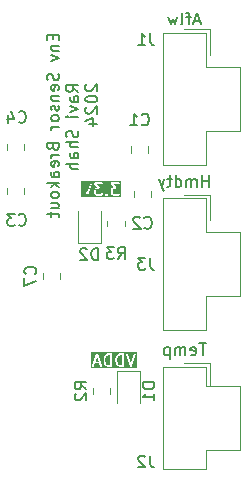
<source format=gbo>
%TF.GenerationSoftware,KiCad,Pcbnew,8.0.5*%
%TF.CreationDate,2024-10-30T11:17:57-05:00*%
%TF.ProjectId,DataAcq-EnvBreakoutPCB,44617461-4163-4712-9d45-6e7642726561,rev?*%
%TF.SameCoordinates,Original*%
%TF.FileFunction,Legend,Bot*%
%TF.FilePolarity,Positive*%
%FSLAX46Y46*%
G04 Gerber Fmt 4.6, Leading zero omitted, Abs format (unit mm)*
G04 Created by KiCad (PCBNEW 8.0.5) date 2024-10-30 11:17:57*
%MOMM*%
%LPD*%
G01*
G04 APERTURE LIST*
%ADD10C,0.150000*%
%ADD11C,0.153000*%
%ADD12C,0.120000*%
G04 APERTURE END LIST*
D10*
X116596009Y-25836779D02*
X116596009Y-26170112D01*
X117119819Y-26312969D02*
X117119819Y-25836779D01*
X117119819Y-25836779D02*
X116119819Y-25836779D01*
X116119819Y-25836779D02*
X116119819Y-26312969D01*
X116453152Y-26741541D02*
X117119819Y-26741541D01*
X116548390Y-26741541D02*
X116500771Y-26789160D01*
X116500771Y-26789160D02*
X116453152Y-26884398D01*
X116453152Y-26884398D02*
X116453152Y-27027255D01*
X116453152Y-27027255D02*
X116500771Y-27122493D01*
X116500771Y-27122493D02*
X116596009Y-27170112D01*
X116596009Y-27170112D02*
X117119819Y-27170112D01*
X116453152Y-27551065D02*
X117119819Y-27789160D01*
X117119819Y-27789160D02*
X116453152Y-28027255D01*
X117072200Y-29122494D02*
X117119819Y-29265351D01*
X117119819Y-29265351D02*
X117119819Y-29503446D01*
X117119819Y-29503446D02*
X117072200Y-29598684D01*
X117072200Y-29598684D02*
X117024580Y-29646303D01*
X117024580Y-29646303D02*
X116929342Y-29693922D01*
X116929342Y-29693922D02*
X116834104Y-29693922D01*
X116834104Y-29693922D02*
X116738866Y-29646303D01*
X116738866Y-29646303D02*
X116691247Y-29598684D01*
X116691247Y-29598684D02*
X116643628Y-29503446D01*
X116643628Y-29503446D02*
X116596009Y-29312970D01*
X116596009Y-29312970D02*
X116548390Y-29217732D01*
X116548390Y-29217732D02*
X116500771Y-29170113D01*
X116500771Y-29170113D02*
X116405533Y-29122494D01*
X116405533Y-29122494D02*
X116310295Y-29122494D01*
X116310295Y-29122494D02*
X116215057Y-29170113D01*
X116215057Y-29170113D02*
X116167438Y-29217732D01*
X116167438Y-29217732D02*
X116119819Y-29312970D01*
X116119819Y-29312970D02*
X116119819Y-29551065D01*
X116119819Y-29551065D02*
X116167438Y-29693922D01*
X117072200Y-30503446D02*
X117119819Y-30408208D01*
X117119819Y-30408208D02*
X117119819Y-30217732D01*
X117119819Y-30217732D02*
X117072200Y-30122494D01*
X117072200Y-30122494D02*
X116976961Y-30074875D01*
X116976961Y-30074875D02*
X116596009Y-30074875D01*
X116596009Y-30074875D02*
X116500771Y-30122494D01*
X116500771Y-30122494D02*
X116453152Y-30217732D01*
X116453152Y-30217732D02*
X116453152Y-30408208D01*
X116453152Y-30408208D02*
X116500771Y-30503446D01*
X116500771Y-30503446D02*
X116596009Y-30551065D01*
X116596009Y-30551065D02*
X116691247Y-30551065D01*
X116691247Y-30551065D02*
X116786485Y-30074875D01*
X116453152Y-30979637D02*
X117119819Y-30979637D01*
X116548390Y-30979637D02*
X116500771Y-31027256D01*
X116500771Y-31027256D02*
X116453152Y-31122494D01*
X116453152Y-31122494D02*
X116453152Y-31265351D01*
X116453152Y-31265351D02*
X116500771Y-31360589D01*
X116500771Y-31360589D02*
X116596009Y-31408208D01*
X116596009Y-31408208D02*
X117119819Y-31408208D01*
X117072200Y-31836780D02*
X117119819Y-31932018D01*
X117119819Y-31932018D02*
X117119819Y-32122494D01*
X117119819Y-32122494D02*
X117072200Y-32217732D01*
X117072200Y-32217732D02*
X116976961Y-32265351D01*
X116976961Y-32265351D02*
X116929342Y-32265351D01*
X116929342Y-32265351D02*
X116834104Y-32217732D01*
X116834104Y-32217732D02*
X116786485Y-32122494D01*
X116786485Y-32122494D02*
X116786485Y-31979637D01*
X116786485Y-31979637D02*
X116738866Y-31884399D01*
X116738866Y-31884399D02*
X116643628Y-31836780D01*
X116643628Y-31836780D02*
X116596009Y-31836780D01*
X116596009Y-31836780D02*
X116500771Y-31884399D01*
X116500771Y-31884399D02*
X116453152Y-31979637D01*
X116453152Y-31979637D02*
X116453152Y-32122494D01*
X116453152Y-32122494D02*
X116500771Y-32217732D01*
X117119819Y-32836780D02*
X117072200Y-32741542D01*
X117072200Y-32741542D02*
X117024580Y-32693923D01*
X117024580Y-32693923D02*
X116929342Y-32646304D01*
X116929342Y-32646304D02*
X116643628Y-32646304D01*
X116643628Y-32646304D02*
X116548390Y-32693923D01*
X116548390Y-32693923D02*
X116500771Y-32741542D01*
X116500771Y-32741542D02*
X116453152Y-32836780D01*
X116453152Y-32836780D02*
X116453152Y-32979637D01*
X116453152Y-32979637D02*
X116500771Y-33074875D01*
X116500771Y-33074875D02*
X116548390Y-33122494D01*
X116548390Y-33122494D02*
X116643628Y-33170113D01*
X116643628Y-33170113D02*
X116929342Y-33170113D01*
X116929342Y-33170113D02*
X117024580Y-33122494D01*
X117024580Y-33122494D02*
X117072200Y-33074875D01*
X117072200Y-33074875D02*
X117119819Y-32979637D01*
X117119819Y-32979637D02*
X117119819Y-32836780D01*
X117119819Y-33598685D02*
X116453152Y-33598685D01*
X116643628Y-33598685D02*
X116548390Y-33646304D01*
X116548390Y-33646304D02*
X116500771Y-33693923D01*
X116500771Y-33693923D02*
X116453152Y-33789161D01*
X116453152Y-33789161D02*
X116453152Y-33884399D01*
X116596009Y-35312971D02*
X116643628Y-35455828D01*
X116643628Y-35455828D02*
X116691247Y-35503447D01*
X116691247Y-35503447D02*
X116786485Y-35551066D01*
X116786485Y-35551066D02*
X116929342Y-35551066D01*
X116929342Y-35551066D02*
X117024580Y-35503447D01*
X117024580Y-35503447D02*
X117072200Y-35455828D01*
X117072200Y-35455828D02*
X117119819Y-35360590D01*
X117119819Y-35360590D02*
X117119819Y-34979638D01*
X117119819Y-34979638D02*
X116119819Y-34979638D01*
X116119819Y-34979638D02*
X116119819Y-35312971D01*
X116119819Y-35312971D02*
X116167438Y-35408209D01*
X116167438Y-35408209D02*
X116215057Y-35455828D01*
X116215057Y-35455828D02*
X116310295Y-35503447D01*
X116310295Y-35503447D02*
X116405533Y-35503447D01*
X116405533Y-35503447D02*
X116500771Y-35455828D01*
X116500771Y-35455828D02*
X116548390Y-35408209D01*
X116548390Y-35408209D02*
X116596009Y-35312971D01*
X116596009Y-35312971D02*
X116596009Y-34979638D01*
X117119819Y-35979638D02*
X116453152Y-35979638D01*
X116643628Y-35979638D02*
X116548390Y-36027257D01*
X116548390Y-36027257D02*
X116500771Y-36074876D01*
X116500771Y-36074876D02*
X116453152Y-36170114D01*
X116453152Y-36170114D02*
X116453152Y-36265352D01*
X117072200Y-36979638D02*
X117119819Y-36884400D01*
X117119819Y-36884400D02*
X117119819Y-36693924D01*
X117119819Y-36693924D02*
X117072200Y-36598686D01*
X117072200Y-36598686D02*
X116976961Y-36551067D01*
X116976961Y-36551067D02*
X116596009Y-36551067D01*
X116596009Y-36551067D02*
X116500771Y-36598686D01*
X116500771Y-36598686D02*
X116453152Y-36693924D01*
X116453152Y-36693924D02*
X116453152Y-36884400D01*
X116453152Y-36884400D02*
X116500771Y-36979638D01*
X116500771Y-36979638D02*
X116596009Y-37027257D01*
X116596009Y-37027257D02*
X116691247Y-37027257D01*
X116691247Y-37027257D02*
X116786485Y-36551067D01*
X117119819Y-37884400D02*
X116596009Y-37884400D01*
X116596009Y-37884400D02*
X116500771Y-37836781D01*
X116500771Y-37836781D02*
X116453152Y-37741543D01*
X116453152Y-37741543D02*
X116453152Y-37551067D01*
X116453152Y-37551067D02*
X116500771Y-37455829D01*
X117072200Y-37884400D02*
X117119819Y-37789162D01*
X117119819Y-37789162D02*
X117119819Y-37551067D01*
X117119819Y-37551067D02*
X117072200Y-37455829D01*
X117072200Y-37455829D02*
X116976961Y-37408210D01*
X116976961Y-37408210D02*
X116881723Y-37408210D01*
X116881723Y-37408210D02*
X116786485Y-37455829D01*
X116786485Y-37455829D02*
X116738866Y-37551067D01*
X116738866Y-37551067D02*
X116738866Y-37789162D01*
X116738866Y-37789162D02*
X116691247Y-37884400D01*
X117119819Y-38360591D02*
X116119819Y-38360591D01*
X116738866Y-38455829D02*
X117119819Y-38741543D01*
X116453152Y-38741543D02*
X116834104Y-38360591D01*
X117119819Y-39312972D02*
X117072200Y-39217734D01*
X117072200Y-39217734D02*
X117024580Y-39170115D01*
X117024580Y-39170115D02*
X116929342Y-39122496D01*
X116929342Y-39122496D02*
X116643628Y-39122496D01*
X116643628Y-39122496D02*
X116548390Y-39170115D01*
X116548390Y-39170115D02*
X116500771Y-39217734D01*
X116500771Y-39217734D02*
X116453152Y-39312972D01*
X116453152Y-39312972D02*
X116453152Y-39455829D01*
X116453152Y-39455829D02*
X116500771Y-39551067D01*
X116500771Y-39551067D02*
X116548390Y-39598686D01*
X116548390Y-39598686D02*
X116643628Y-39646305D01*
X116643628Y-39646305D02*
X116929342Y-39646305D01*
X116929342Y-39646305D02*
X117024580Y-39598686D01*
X117024580Y-39598686D02*
X117072200Y-39551067D01*
X117072200Y-39551067D02*
X117119819Y-39455829D01*
X117119819Y-39455829D02*
X117119819Y-39312972D01*
X116453152Y-40503448D02*
X117119819Y-40503448D01*
X116453152Y-40074877D02*
X116976961Y-40074877D01*
X116976961Y-40074877D02*
X117072200Y-40122496D01*
X117072200Y-40122496D02*
X117119819Y-40217734D01*
X117119819Y-40217734D02*
X117119819Y-40360591D01*
X117119819Y-40360591D02*
X117072200Y-40455829D01*
X117072200Y-40455829D02*
X117024580Y-40503448D01*
X116453152Y-40836782D02*
X116453152Y-41217734D01*
X116119819Y-40979639D02*
X116976961Y-40979639D01*
X116976961Y-40979639D02*
X117072200Y-41027258D01*
X117072200Y-41027258D02*
X117119819Y-41122496D01*
X117119819Y-41122496D02*
X117119819Y-41217734D01*
D11*
X129059523Y-24668948D02*
X128583333Y-24668948D01*
X129154761Y-24954663D02*
X128821428Y-23954663D01*
X128821428Y-23954663D02*
X128488095Y-24954663D01*
X128297618Y-24287996D02*
X127916666Y-24287996D01*
X128154761Y-24954663D02*
X128154761Y-24097520D01*
X128154761Y-24097520D02*
X128107142Y-24002282D01*
X128107142Y-24002282D02*
X128011904Y-23954663D01*
X128011904Y-23954663D02*
X127916666Y-23954663D01*
X127440475Y-24954663D02*
X127535713Y-24907044D01*
X127535713Y-24907044D02*
X127583332Y-24811805D01*
X127583332Y-24811805D02*
X127583332Y-23954663D01*
X127154760Y-24287996D02*
X126964284Y-24954663D01*
X126964284Y-24954663D02*
X126773808Y-24478472D01*
X126773808Y-24478472D02*
X126583332Y-24954663D01*
X126583332Y-24954663D02*
X126392856Y-24287996D01*
G36*
X121477604Y-53793163D02*
G01*
X121328422Y-53793163D01*
X121214476Y-53755181D01*
X121140787Y-53681491D01*
X121102474Y-53604865D01*
X121059176Y-53431673D01*
X121059176Y-53307652D01*
X121102474Y-53134460D01*
X121140786Y-53057836D01*
X121214477Y-52984144D01*
X121328422Y-52946163D01*
X121477604Y-52946163D01*
X121477604Y-53793163D01*
G37*
G36*
X122477604Y-53793163D02*
G01*
X122328422Y-53793163D01*
X122214476Y-53755181D01*
X122140787Y-53681491D01*
X122102474Y-53604865D01*
X122059176Y-53431673D01*
X122059176Y-53307652D01*
X122102474Y-53134460D01*
X122140786Y-53057836D01*
X122214477Y-52984144D01*
X122328422Y-52946163D01*
X122477604Y-52946163D01*
X122477604Y-53793163D01*
G37*
G36*
X120495585Y-53507448D02*
G01*
X120231671Y-53507448D01*
X120363628Y-53111576D01*
X120495585Y-53507448D01*
G37*
G36*
X123741114Y-54057274D02*
G01*
X119843285Y-54057274D01*
X119843285Y-53860095D01*
X119954396Y-53860095D01*
X119956512Y-53889869D01*
X119969861Y-53916566D01*
X119992410Y-53936123D01*
X120020727Y-53945562D01*
X120050501Y-53943446D01*
X120077198Y-53930097D01*
X120096755Y-53907548D01*
X120102869Y-53893854D01*
X120180671Y-53660448D01*
X120546585Y-53660448D01*
X120624387Y-53893854D01*
X120630501Y-53907547D01*
X120650058Y-53930097D01*
X120676755Y-53943445D01*
X120706529Y-53945562D01*
X120734846Y-53936123D01*
X120757395Y-53916565D01*
X120770744Y-53889868D01*
X120772860Y-53860094D01*
X120769535Y-53845471D01*
X120587123Y-53298234D01*
X120906176Y-53298234D01*
X120906176Y-53441091D01*
X120906432Y-53443696D01*
X120906267Y-53444810D01*
X120907092Y-53450391D01*
X120907646Y-53456015D01*
X120908077Y-53457056D01*
X120908460Y-53459645D01*
X120956079Y-53650121D01*
X120956472Y-53651223D01*
X120956512Y-53651773D01*
X120958890Y-53657988D01*
X120961125Y-53664243D01*
X120961452Y-53664684D01*
X120961871Y-53665779D01*
X121009490Y-53761017D01*
X121013535Y-53767443D01*
X121014307Y-53769306D01*
X121016028Y-53771403D01*
X121017479Y-53773708D01*
X121019007Y-53775033D01*
X121023820Y-53780898D01*
X121119058Y-53876138D01*
X121130651Y-53885651D01*
X121133190Y-53886702D01*
X121135267Y-53888504D01*
X121148961Y-53894618D01*
X121291817Y-53942237D01*
X121299219Y-53943920D01*
X121301085Y-53944693D01*
X121303790Y-53944959D01*
X121306440Y-53945562D01*
X121308454Y-53945418D01*
X121316009Y-53946163D01*
X121554104Y-53946163D01*
X121569028Y-53944693D01*
X121596605Y-53933270D01*
X121617711Y-53912164D01*
X121629134Y-53884587D01*
X121630604Y-53869663D01*
X121630604Y-53298234D01*
X121906176Y-53298234D01*
X121906176Y-53441091D01*
X121906432Y-53443696D01*
X121906267Y-53444810D01*
X121907092Y-53450391D01*
X121907646Y-53456015D01*
X121908077Y-53457056D01*
X121908460Y-53459645D01*
X121956079Y-53650121D01*
X121956472Y-53651223D01*
X121956512Y-53651773D01*
X121958890Y-53657988D01*
X121961125Y-53664243D01*
X121961452Y-53664684D01*
X121961871Y-53665779D01*
X122009490Y-53761017D01*
X122013535Y-53767443D01*
X122014307Y-53769306D01*
X122016028Y-53771403D01*
X122017479Y-53773708D01*
X122019007Y-53775033D01*
X122023820Y-53780898D01*
X122119058Y-53876138D01*
X122130651Y-53885651D01*
X122133190Y-53886702D01*
X122135267Y-53888504D01*
X122148961Y-53894618D01*
X122291817Y-53942237D01*
X122299219Y-53943920D01*
X122301085Y-53944693D01*
X122303790Y-53944959D01*
X122306440Y-53945562D01*
X122308454Y-53945418D01*
X122316009Y-53946163D01*
X122554104Y-53946163D01*
X122569028Y-53944693D01*
X122596605Y-53933270D01*
X122617711Y-53912164D01*
X122629134Y-53884587D01*
X122630604Y-53869663D01*
X122630604Y-52879231D01*
X122811539Y-52879231D01*
X122814864Y-52893854D01*
X123148197Y-53893854D01*
X123154311Y-53907547D01*
X123157891Y-53911675D01*
X123160337Y-53916566D01*
X123167584Y-53922851D01*
X123173868Y-53930097D01*
X123178755Y-53932540D01*
X123182886Y-53936123D01*
X123191990Y-53939157D01*
X123200565Y-53943445D01*
X123206014Y-53943832D01*
X123211203Y-53945562D01*
X123220773Y-53944881D01*
X123230339Y-53945562D01*
X123235524Y-53943833D01*
X123240977Y-53943446D01*
X123249556Y-53939156D01*
X123258656Y-53936123D01*
X123262785Y-53932541D01*
X123267674Y-53930097D01*
X123273961Y-53922848D01*
X123281205Y-53916565D01*
X123283648Y-53911679D01*
X123287231Y-53907548D01*
X123293345Y-53893854D01*
X123626678Y-52893855D01*
X123630003Y-52879232D01*
X123627887Y-52849458D01*
X123614538Y-52822761D01*
X123591989Y-52803203D01*
X123563672Y-52793764D01*
X123533898Y-52795881D01*
X123507201Y-52809229D01*
X123487644Y-52831779D01*
X123481530Y-52845472D01*
X123220771Y-53627749D01*
X122960012Y-52845472D01*
X122953898Y-52831778D01*
X122934341Y-52809229D01*
X122907644Y-52795880D01*
X122877870Y-52793764D01*
X122849553Y-52803203D01*
X122827004Y-52822760D01*
X122813655Y-52849457D01*
X122811539Y-52879231D01*
X122630604Y-52879231D01*
X122630604Y-52869663D01*
X122629134Y-52854739D01*
X122617711Y-52827162D01*
X122596605Y-52806056D01*
X122569028Y-52794633D01*
X122554104Y-52793163D01*
X122316009Y-52793163D01*
X122308454Y-52793907D01*
X122306440Y-52793764D01*
X122303790Y-52794366D01*
X122301085Y-52794633D01*
X122299219Y-52795405D01*
X122291817Y-52797089D01*
X122148961Y-52844708D01*
X122135267Y-52850822D01*
X122133190Y-52852623D01*
X122130651Y-52853675D01*
X122119058Y-52863188D01*
X122023820Y-52958426D01*
X122019005Y-52964292D01*
X122017479Y-52965617D01*
X122016028Y-52967920D01*
X122014307Y-52970019D01*
X122013535Y-52971881D01*
X122009490Y-52978308D01*
X121961871Y-53073546D01*
X121961452Y-53074640D01*
X121961125Y-53075082D01*
X121958890Y-53081336D01*
X121956512Y-53087552D01*
X121956472Y-53088101D01*
X121956079Y-53089204D01*
X121908460Y-53279680D01*
X121908077Y-53282268D01*
X121907646Y-53283310D01*
X121907092Y-53288933D01*
X121906267Y-53294515D01*
X121906432Y-53295628D01*
X121906176Y-53298234D01*
X121630604Y-53298234D01*
X121630604Y-52869663D01*
X121629134Y-52854739D01*
X121617711Y-52827162D01*
X121596605Y-52806056D01*
X121569028Y-52794633D01*
X121554104Y-52793163D01*
X121316009Y-52793163D01*
X121308454Y-52793907D01*
X121306440Y-52793764D01*
X121303790Y-52794366D01*
X121301085Y-52794633D01*
X121299219Y-52795405D01*
X121291817Y-52797089D01*
X121148961Y-52844708D01*
X121135267Y-52850822D01*
X121133190Y-52852623D01*
X121130651Y-52853675D01*
X121119058Y-52863188D01*
X121023820Y-52958426D01*
X121019005Y-52964292D01*
X121017479Y-52965617D01*
X121016028Y-52967920D01*
X121014307Y-52970019D01*
X121013535Y-52971881D01*
X121009490Y-52978308D01*
X120961871Y-53073546D01*
X120961452Y-53074640D01*
X120961125Y-53075082D01*
X120958890Y-53081336D01*
X120956512Y-53087552D01*
X120956472Y-53088101D01*
X120956079Y-53089204D01*
X120908460Y-53279680D01*
X120908077Y-53282268D01*
X120907646Y-53283310D01*
X120907092Y-53288933D01*
X120906267Y-53294515D01*
X120906432Y-53295628D01*
X120906176Y-53298234D01*
X120587123Y-53298234D01*
X120436202Y-52845472D01*
X120430088Y-52831778D01*
X120426505Y-52827646D01*
X120424062Y-52822761D01*
X120416818Y-52816477D01*
X120410531Y-52809229D01*
X120405642Y-52806784D01*
X120401513Y-52803203D01*
X120392413Y-52800169D01*
X120383834Y-52795880D01*
X120378381Y-52795492D01*
X120373196Y-52793764D01*
X120363630Y-52794444D01*
X120354060Y-52793764D01*
X120348871Y-52795493D01*
X120343422Y-52795881D01*
X120334847Y-52800168D01*
X120325743Y-52803203D01*
X120321612Y-52806785D01*
X120316725Y-52809229D01*
X120310441Y-52816474D01*
X120303194Y-52822760D01*
X120300748Y-52827650D01*
X120297168Y-52831779D01*
X120291054Y-52845472D01*
X119957721Y-53845472D01*
X119954396Y-53860095D01*
X119843285Y-53860095D01*
X119843285Y-52682052D01*
X123741114Y-52682052D01*
X123741114Y-54057274D01*
G37*
G36*
X122392626Y-39597274D02*
G01*
X119019476Y-39597274D01*
X119019476Y-38419231D01*
X119130587Y-38419231D01*
X119133912Y-38433854D01*
X119467245Y-39433854D01*
X119473359Y-39447547D01*
X119476939Y-39451675D01*
X119479385Y-39456566D01*
X119486632Y-39462851D01*
X119492916Y-39470097D01*
X119497803Y-39472540D01*
X119501934Y-39476123D01*
X119511038Y-39479157D01*
X119519613Y-39483445D01*
X119525062Y-39483832D01*
X119530251Y-39485562D01*
X119539821Y-39484881D01*
X119549387Y-39485562D01*
X119554572Y-39483833D01*
X119560025Y-39483446D01*
X119568604Y-39479156D01*
X119577704Y-39476123D01*
X119581833Y-39472541D01*
X119586722Y-39470097D01*
X119593009Y-39462848D01*
X119600253Y-39456565D01*
X119602696Y-39451679D01*
X119606279Y-39447548D01*
X119612393Y-39433854D01*
X119763314Y-38981091D01*
X120082367Y-38981091D01*
X120082367Y-39219186D01*
X120083837Y-39234110D01*
X120084889Y-39236650D01*
X120085084Y-39239392D01*
X120090443Y-39253398D01*
X120138062Y-39348636D01*
X120142104Y-39355058D01*
X120142878Y-39356925D01*
X120144602Y-39359026D01*
X120146051Y-39361327D01*
X120147577Y-39362650D01*
X120152392Y-39368517D01*
X120200011Y-39416137D01*
X120205877Y-39420952D01*
X120207202Y-39422479D01*
X120209503Y-39423927D01*
X120211603Y-39425651D01*
X120213468Y-39426423D01*
X120219893Y-39430468D01*
X120315131Y-39478087D01*
X120329137Y-39483446D01*
X120331878Y-39483640D01*
X120334419Y-39484693D01*
X120349343Y-39486163D01*
X120635057Y-39486163D01*
X120649981Y-39484693D01*
X120652521Y-39483640D01*
X120655263Y-39483446D01*
X120669269Y-39478087D01*
X120764507Y-39430468D01*
X120770931Y-39426423D01*
X120772797Y-39425651D01*
X120774896Y-39423927D01*
X120777198Y-39422479D01*
X120778522Y-39420952D01*
X120784389Y-39416137D01*
X120832008Y-39368517D01*
X120841521Y-39356925D01*
X120845582Y-39347121D01*
X121036217Y-39347121D01*
X121036217Y-39376969D01*
X121047640Y-39404546D01*
X121047644Y-39404550D01*
X121057153Y-39416138D01*
X121104772Y-39463756D01*
X121116364Y-39473270D01*
X121127787Y-39478001D01*
X121143942Y-39484693D01*
X121173790Y-39484693D01*
X121201367Y-39473270D01*
X121212960Y-39463757D01*
X121260578Y-39416138D01*
X121270092Y-39404546D01*
X121281514Y-39376969D01*
X121281514Y-39367161D01*
X121281515Y-39347120D01*
X121270092Y-39319543D01*
X121260579Y-39307951D01*
X121212960Y-39260331D01*
X121201368Y-39250817D01*
X121173791Y-39239394D01*
X121173790Y-39239394D01*
X121143942Y-39239394D01*
X121135865Y-39242739D01*
X121116365Y-39250816D01*
X121116364Y-39250817D01*
X121104772Y-39260331D01*
X121057153Y-39307951D01*
X121047639Y-39319543D01*
X121036217Y-39347121D01*
X120845582Y-39347121D01*
X120852944Y-39329348D01*
X120852943Y-39299499D01*
X120841521Y-39271922D01*
X120820415Y-39250817D01*
X120792837Y-39239394D01*
X120762989Y-39239395D01*
X120735412Y-39250817D01*
X120723820Y-39260331D01*
X120684980Y-39299171D01*
X120616997Y-39333163D01*
X120367403Y-39333163D01*
X120299419Y-39299171D01*
X120269359Y-39269110D01*
X120235367Y-39201126D01*
X120235367Y-38999151D01*
X120244397Y-38981091D01*
X121510938Y-38981091D01*
X121510938Y-39219186D01*
X121512408Y-39234110D01*
X121513460Y-39236650D01*
X121513655Y-39239392D01*
X121519014Y-39253398D01*
X121566633Y-39348636D01*
X121570675Y-39355058D01*
X121571449Y-39356925D01*
X121573173Y-39359026D01*
X121574622Y-39361327D01*
X121576148Y-39362650D01*
X121580963Y-39368517D01*
X121628582Y-39416137D01*
X121634448Y-39420952D01*
X121635773Y-39422479D01*
X121638074Y-39423927D01*
X121640174Y-39425651D01*
X121642039Y-39426423D01*
X121648464Y-39430468D01*
X121743702Y-39478087D01*
X121757708Y-39483446D01*
X121760449Y-39483640D01*
X121762990Y-39484693D01*
X121777914Y-39486163D01*
X122063628Y-39486163D01*
X122078552Y-39484693D01*
X122081092Y-39483640D01*
X122083834Y-39483446D01*
X122097840Y-39478087D01*
X122193078Y-39430468D01*
X122199502Y-39426423D01*
X122201368Y-39425651D01*
X122203467Y-39423927D01*
X122205769Y-39422479D01*
X122207093Y-39420952D01*
X122212960Y-39416137D01*
X122260579Y-39368517D01*
X122270092Y-39356925D01*
X122281515Y-39329348D01*
X122281514Y-39299499D01*
X122270092Y-39271922D01*
X122248986Y-39250817D01*
X122221408Y-39239394D01*
X122191560Y-39239395D01*
X122163983Y-39250817D01*
X122152391Y-39260331D01*
X122113551Y-39299171D01*
X122045568Y-39333163D01*
X121795974Y-39333163D01*
X121727990Y-39299171D01*
X121697930Y-39269110D01*
X121663938Y-39201126D01*
X121663938Y-38999151D01*
X121697929Y-38931168D01*
X121727990Y-38901106D01*
X121795974Y-38867115D01*
X121920771Y-38867115D01*
X121928665Y-38866337D01*
X121930671Y-38866471D01*
X121932052Y-38866003D01*
X121935695Y-38865645D01*
X121947180Y-38860887D01*
X121958947Y-38856908D01*
X121960888Y-38855209D01*
X121963272Y-38854222D01*
X121972058Y-38845435D01*
X121981410Y-38837253D01*
X121982553Y-38834940D01*
X121984378Y-38833116D01*
X121989133Y-38821636D01*
X121994642Y-38810497D01*
X121994813Y-38807922D01*
X121995801Y-38805539D01*
X121995801Y-38793107D01*
X121996627Y-38780715D01*
X121995801Y-38778272D01*
X121995801Y-38775691D01*
X121991043Y-38764205D01*
X121987064Y-38752439D01*
X121984936Y-38749463D01*
X121984378Y-38748114D01*
X121982955Y-38746691D01*
X121978343Y-38740239D01*
X121756027Y-38486163D01*
X122206485Y-38486163D01*
X122221409Y-38484693D01*
X122248986Y-38473270D01*
X122270092Y-38452164D01*
X122281515Y-38424587D01*
X122281515Y-38394739D01*
X122270092Y-38367162D01*
X122248986Y-38346056D01*
X122221409Y-38334633D01*
X122206485Y-38333163D01*
X121587438Y-38333163D01*
X121579543Y-38333940D01*
X121577538Y-38333807D01*
X121576156Y-38334274D01*
X121572514Y-38334633D01*
X121561028Y-38339390D01*
X121549262Y-38343370D01*
X121547320Y-38345068D01*
X121544937Y-38346056D01*
X121536150Y-38354842D01*
X121526799Y-38363025D01*
X121525655Y-38365337D01*
X121523831Y-38367162D01*
X121519075Y-38378641D01*
X121513567Y-38389781D01*
X121513395Y-38392355D01*
X121512408Y-38394739D01*
X121512408Y-38407170D01*
X121511582Y-38419563D01*
X121512408Y-38422005D01*
X121512408Y-38424587D01*
X121517165Y-38436072D01*
X121521145Y-38447839D01*
X121523272Y-38450814D01*
X121523831Y-38452164D01*
X121525253Y-38453586D01*
X121529866Y-38460039D01*
X121755349Y-38717734D01*
X121743702Y-38722191D01*
X121648464Y-38769810D01*
X121642039Y-38773854D01*
X121640174Y-38774627D01*
X121638074Y-38776350D01*
X121635773Y-38777799D01*
X121634448Y-38779325D01*
X121628582Y-38784141D01*
X121580963Y-38831759D01*
X121576148Y-38837625D01*
X121574622Y-38838950D01*
X121573171Y-38841253D01*
X121571450Y-38843352D01*
X121570678Y-38845214D01*
X121566633Y-38851641D01*
X121519014Y-38946879D01*
X121513655Y-38960885D01*
X121513460Y-38963626D01*
X121512408Y-38966167D01*
X121510938Y-38981091D01*
X120244397Y-38981091D01*
X120269358Y-38931168D01*
X120299419Y-38901106D01*
X120367403Y-38867115D01*
X120492200Y-38867115D01*
X120500094Y-38866337D01*
X120502100Y-38866471D01*
X120503481Y-38866003D01*
X120507124Y-38865645D01*
X120518609Y-38860887D01*
X120530376Y-38856908D01*
X120532317Y-38855209D01*
X120534701Y-38854222D01*
X120543487Y-38845435D01*
X120552839Y-38837253D01*
X120553982Y-38834940D01*
X120555807Y-38833116D01*
X120560562Y-38821636D01*
X120566071Y-38810497D01*
X120566242Y-38807922D01*
X120567230Y-38805539D01*
X120567230Y-38793107D01*
X120568056Y-38780715D01*
X120567230Y-38778272D01*
X120567230Y-38775691D01*
X120562472Y-38764205D01*
X120558493Y-38752439D01*
X120556365Y-38749463D01*
X120555807Y-38748114D01*
X120554384Y-38746691D01*
X120549772Y-38740239D01*
X120327456Y-38486163D01*
X120777914Y-38486163D01*
X120792838Y-38484693D01*
X120820415Y-38473270D01*
X120841521Y-38452164D01*
X120852944Y-38424587D01*
X120852944Y-38394739D01*
X120841521Y-38367162D01*
X120820415Y-38346056D01*
X120792838Y-38334633D01*
X120777914Y-38333163D01*
X120158867Y-38333163D01*
X120150972Y-38333940D01*
X120148967Y-38333807D01*
X120147585Y-38334274D01*
X120143943Y-38334633D01*
X120132457Y-38339390D01*
X120120691Y-38343370D01*
X120118749Y-38345068D01*
X120116366Y-38346056D01*
X120107579Y-38354842D01*
X120098228Y-38363025D01*
X120097084Y-38365337D01*
X120095260Y-38367162D01*
X120090504Y-38378641D01*
X120084996Y-38389781D01*
X120084824Y-38392355D01*
X120083837Y-38394739D01*
X120083837Y-38407170D01*
X120083011Y-38419563D01*
X120083837Y-38422005D01*
X120083837Y-38424587D01*
X120088594Y-38436072D01*
X120092574Y-38447839D01*
X120094701Y-38450814D01*
X120095260Y-38452164D01*
X120096682Y-38453586D01*
X120101295Y-38460039D01*
X120326778Y-38717734D01*
X120315131Y-38722191D01*
X120219893Y-38769810D01*
X120213468Y-38773854D01*
X120211603Y-38774627D01*
X120209503Y-38776350D01*
X120207202Y-38777799D01*
X120205877Y-38779325D01*
X120200011Y-38784141D01*
X120152392Y-38831759D01*
X120147577Y-38837625D01*
X120146051Y-38838950D01*
X120144600Y-38841253D01*
X120142879Y-38843352D01*
X120142107Y-38845214D01*
X120138062Y-38851641D01*
X120090443Y-38946879D01*
X120085084Y-38960885D01*
X120084889Y-38963626D01*
X120083837Y-38966167D01*
X120082367Y-38981091D01*
X119763314Y-38981091D01*
X119945726Y-38433855D01*
X119949051Y-38419232D01*
X119946935Y-38389458D01*
X119933586Y-38362761D01*
X119911037Y-38343203D01*
X119882720Y-38333764D01*
X119852946Y-38335881D01*
X119826249Y-38349229D01*
X119806692Y-38371779D01*
X119800578Y-38385472D01*
X119539819Y-39167749D01*
X119279060Y-38385472D01*
X119272946Y-38371778D01*
X119253389Y-38349229D01*
X119226692Y-38335880D01*
X119196918Y-38333764D01*
X119168601Y-38343203D01*
X119146052Y-38362760D01*
X119132703Y-38389457D01*
X119130587Y-38419231D01*
X119019476Y-38419231D01*
X119019476Y-38222052D01*
X122392626Y-38222052D01*
X122392626Y-39597274D01*
G37*
X129821428Y-38704663D02*
X129821428Y-37704663D01*
X129821428Y-38180853D02*
X129250000Y-38180853D01*
X129250000Y-38704663D02*
X129250000Y-37704663D01*
X128773809Y-38704663D02*
X128773809Y-38037996D01*
X128773809Y-38133234D02*
X128726190Y-38085615D01*
X128726190Y-38085615D02*
X128630952Y-38037996D01*
X128630952Y-38037996D02*
X128488095Y-38037996D01*
X128488095Y-38037996D02*
X128392857Y-38085615D01*
X128392857Y-38085615D02*
X128345238Y-38180853D01*
X128345238Y-38180853D02*
X128345238Y-38704663D01*
X128345238Y-38180853D02*
X128297619Y-38085615D01*
X128297619Y-38085615D02*
X128202381Y-38037996D01*
X128202381Y-38037996D02*
X128059524Y-38037996D01*
X128059524Y-38037996D02*
X127964285Y-38085615D01*
X127964285Y-38085615D02*
X127916666Y-38180853D01*
X127916666Y-38180853D02*
X127916666Y-38704663D01*
X127011905Y-38704663D02*
X127011905Y-37704663D01*
X127011905Y-38657044D02*
X127107143Y-38704663D01*
X127107143Y-38704663D02*
X127297619Y-38704663D01*
X127297619Y-38704663D02*
X127392857Y-38657044D01*
X127392857Y-38657044D02*
X127440476Y-38609424D01*
X127440476Y-38609424D02*
X127488095Y-38514186D01*
X127488095Y-38514186D02*
X127488095Y-38228472D01*
X127488095Y-38228472D02*
X127440476Y-38133234D01*
X127440476Y-38133234D02*
X127392857Y-38085615D01*
X127392857Y-38085615D02*
X127297619Y-38037996D01*
X127297619Y-38037996D02*
X127107143Y-38037996D01*
X127107143Y-38037996D02*
X127011905Y-38085615D01*
X126678571Y-38037996D02*
X126297619Y-38037996D01*
X126535714Y-37704663D02*
X126535714Y-38561805D01*
X126535714Y-38561805D02*
X126488095Y-38657044D01*
X126488095Y-38657044D02*
X126392857Y-38704663D01*
X126392857Y-38704663D02*
X126297619Y-38704663D01*
X126059523Y-38037996D02*
X125821428Y-38704663D01*
X125583333Y-38037996D02*
X125821428Y-38704663D01*
X125821428Y-38704663D02*
X125916666Y-38942758D01*
X125916666Y-38942758D02*
X125964285Y-38990377D01*
X125964285Y-38990377D02*
X126059523Y-39037996D01*
X129583332Y-51954663D02*
X129011904Y-51954663D01*
X129297618Y-52954663D02*
X129297618Y-51954663D01*
X128297618Y-52907044D02*
X128392856Y-52954663D01*
X128392856Y-52954663D02*
X128583332Y-52954663D01*
X128583332Y-52954663D02*
X128678570Y-52907044D01*
X128678570Y-52907044D02*
X128726189Y-52811805D01*
X128726189Y-52811805D02*
X128726189Y-52430853D01*
X128726189Y-52430853D02*
X128678570Y-52335615D01*
X128678570Y-52335615D02*
X128583332Y-52287996D01*
X128583332Y-52287996D02*
X128392856Y-52287996D01*
X128392856Y-52287996D02*
X128297618Y-52335615D01*
X128297618Y-52335615D02*
X128249999Y-52430853D01*
X128249999Y-52430853D02*
X128249999Y-52526091D01*
X128249999Y-52526091D02*
X128726189Y-52621329D01*
X127821427Y-52954663D02*
X127821427Y-52287996D01*
X127821427Y-52383234D02*
X127773808Y-52335615D01*
X127773808Y-52335615D02*
X127678570Y-52287996D01*
X127678570Y-52287996D02*
X127535713Y-52287996D01*
X127535713Y-52287996D02*
X127440475Y-52335615D01*
X127440475Y-52335615D02*
X127392856Y-52430853D01*
X127392856Y-52430853D02*
X127392856Y-52954663D01*
X127392856Y-52430853D02*
X127345237Y-52335615D01*
X127345237Y-52335615D02*
X127249999Y-52287996D01*
X127249999Y-52287996D02*
X127107142Y-52287996D01*
X127107142Y-52287996D02*
X127011903Y-52335615D01*
X127011903Y-52335615D02*
X126964284Y-52430853D01*
X126964284Y-52430853D02*
X126964284Y-52954663D01*
X126488094Y-52287996D02*
X126488094Y-53287996D01*
X126488094Y-52335615D02*
X126392856Y-52287996D01*
X126392856Y-52287996D02*
X126202380Y-52287996D01*
X126202380Y-52287996D02*
X126107142Y-52335615D01*
X126107142Y-52335615D02*
X126059523Y-52383234D01*
X126059523Y-52383234D02*
X126011904Y-52478472D01*
X126011904Y-52478472D02*
X126011904Y-52764186D01*
X126011904Y-52764186D02*
X126059523Y-52859424D01*
X126059523Y-52859424D02*
X126107142Y-52907044D01*
X126107142Y-52907044D02*
X126202380Y-52954663D01*
X126202380Y-52954663D02*
X126392856Y-52954663D01*
X126392856Y-52954663D02*
X126488094Y-52907044D01*
D10*
X118759875Y-30658207D02*
X118283684Y-30324874D01*
X118759875Y-30086779D02*
X117759875Y-30086779D01*
X117759875Y-30086779D02*
X117759875Y-30467731D01*
X117759875Y-30467731D02*
X117807494Y-30562969D01*
X117807494Y-30562969D02*
X117855113Y-30610588D01*
X117855113Y-30610588D02*
X117950351Y-30658207D01*
X117950351Y-30658207D02*
X118093208Y-30658207D01*
X118093208Y-30658207D02*
X118188446Y-30610588D01*
X118188446Y-30610588D02*
X118236065Y-30562969D01*
X118236065Y-30562969D02*
X118283684Y-30467731D01*
X118283684Y-30467731D02*
X118283684Y-30086779D01*
X118759875Y-31515350D02*
X118236065Y-31515350D01*
X118236065Y-31515350D02*
X118140827Y-31467731D01*
X118140827Y-31467731D02*
X118093208Y-31372493D01*
X118093208Y-31372493D02*
X118093208Y-31182017D01*
X118093208Y-31182017D02*
X118140827Y-31086779D01*
X118712256Y-31515350D02*
X118759875Y-31420112D01*
X118759875Y-31420112D02*
X118759875Y-31182017D01*
X118759875Y-31182017D02*
X118712256Y-31086779D01*
X118712256Y-31086779D02*
X118617017Y-31039160D01*
X118617017Y-31039160D02*
X118521779Y-31039160D01*
X118521779Y-31039160D02*
X118426541Y-31086779D01*
X118426541Y-31086779D02*
X118378922Y-31182017D01*
X118378922Y-31182017D02*
X118378922Y-31420112D01*
X118378922Y-31420112D02*
X118331303Y-31515350D01*
X118093208Y-31896303D02*
X118759875Y-32134398D01*
X118759875Y-32134398D02*
X118093208Y-32372493D01*
X118759875Y-32753446D02*
X118093208Y-32753446D01*
X117759875Y-32753446D02*
X117807494Y-32705827D01*
X117807494Y-32705827D02*
X117855113Y-32753446D01*
X117855113Y-32753446D02*
X117807494Y-32801065D01*
X117807494Y-32801065D02*
X117759875Y-32753446D01*
X117759875Y-32753446D02*
X117855113Y-32753446D01*
X118712256Y-33943922D02*
X118759875Y-34086779D01*
X118759875Y-34086779D02*
X118759875Y-34324874D01*
X118759875Y-34324874D02*
X118712256Y-34420112D01*
X118712256Y-34420112D02*
X118664636Y-34467731D01*
X118664636Y-34467731D02*
X118569398Y-34515350D01*
X118569398Y-34515350D02*
X118474160Y-34515350D01*
X118474160Y-34515350D02*
X118378922Y-34467731D01*
X118378922Y-34467731D02*
X118331303Y-34420112D01*
X118331303Y-34420112D02*
X118283684Y-34324874D01*
X118283684Y-34324874D02*
X118236065Y-34134398D01*
X118236065Y-34134398D02*
X118188446Y-34039160D01*
X118188446Y-34039160D02*
X118140827Y-33991541D01*
X118140827Y-33991541D02*
X118045589Y-33943922D01*
X118045589Y-33943922D02*
X117950351Y-33943922D01*
X117950351Y-33943922D02*
X117855113Y-33991541D01*
X117855113Y-33991541D02*
X117807494Y-34039160D01*
X117807494Y-34039160D02*
X117759875Y-34134398D01*
X117759875Y-34134398D02*
X117759875Y-34372493D01*
X117759875Y-34372493D02*
X117807494Y-34515350D01*
X118759875Y-34943922D02*
X117759875Y-34943922D01*
X118759875Y-35372493D02*
X118236065Y-35372493D01*
X118236065Y-35372493D02*
X118140827Y-35324874D01*
X118140827Y-35324874D02*
X118093208Y-35229636D01*
X118093208Y-35229636D02*
X118093208Y-35086779D01*
X118093208Y-35086779D02*
X118140827Y-34991541D01*
X118140827Y-34991541D02*
X118188446Y-34943922D01*
X118759875Y-36277255D02*
X118236065Y-36277255D01*
X118236065Y-36277255D02*
X118140827Y-36229636D01*
X118140827Y-36229636D02*
X118093208Y-36134398D01*
X118093208Y-36134398D02*
X118093208Y-35943922D01*
X118093208Y-35943922D02*
X118140827Y-35848684D01*
X118712256Y-36277255D02*
X118759875Y-36182017D01*
X118759875Y-36182017D02*
X118759875Y-35943922D01*
X118759875Y-35943922D02*
X118712256Y-35848684D01*
X118712256Y-35848684D02*
X118617017Y-35801065D01*
X118617017Y-35801065D02*
X118521779Y-35801065D01*
X118521779Y-35801065D02*
X118426541Y-35848684D01*
X118426541Y-35848684D02*
X118378922Y-35943922D01*
X118378922Y-35943922D02*
X118378922Y-36182017D01*
X118378922Y-36182017D02*
X118331303Y-36277255D01*
X118759875Y-36753446D02*
X117759875Y-36753446D01*
X118759875Y-37182017D02*
X118236065Y-37182017D01*
X118236065Y-37182017D02*
X118140827Y-37134398D01*
X118140827Y-37134398D02*
X118093208Y-37039160D01*
X118093208Y-37039160D02*
X118093208Y-36896303D01*
X118093208Y-36896303D02*
X118140827Y-36801065D01*
X118140827Y-36801065D02*
X118188446Y-36753446D01*
X119465057Y-30039160D02*
X119417438Y-30086779D01*
X119417438Y-30086779D02*
X119369819Y-30182017D01*
X119369819Y-30182017D02*
X119369819Y-30420112D01*
X119369819Y-30420112D02*
X119417438Y-30515350D01*
X119417438Y-30515350D02*
X119465057Y-30562969D01*
X119465057Y-30562969D02*
X119560295Y-30610588D01*
X119560295Y-30610588D02*
X119655533Y-30610588D01*
X119655533Y-30610588D02*
X119798390Y-30562969D01*
X119798390Y-30562969D02*
X120369819Y-29991541D01*
X120369819Y-29991541D02*
X120369819Y-30610588D01*
X119369819Y-31229636D02*
X119369819Y-31324874D01*
X119369819Y-31324874D02*
X119417438Y-31420112D01*
X119417438Y-31420112D02*
X119465057Y-31467731D01*
X119465057Y-31467731D02*
X119560295Y-31515350D01*
X119560295Y-31515350D02*
X119750771Y-31562969D01*
X119750771Y-31562969D02*
X119988866Y-31562969D01*
X119988866Y-31562969D02*
X120179342Y-31515350D01*
X120179342Y-31515350D02*
X120274580Y-31467731D01*
X120274580Y-31467731D02*
X120322200Y-31420112D01*
X120322200Y-31420112D02*
X120369819Y-31324874D01*
X120369819Y-31324874D02*
X120369819Y-31229636D01*
X120369819Y-31229636D02*
X120322200Y-31134398D01*
X120322200Y-31134398D02*
X120274580Y-31086779D01*
X120274580Y-31086779D02*
X120179342Y-31039160D01*
X120179342Y-31039160D02*
X119988866Y-30991541D01*
X119988866Y-30991541D02*
X119750771Y-30991541D01*
X119750771Y-30991541D02*
X119560295Y-31039160D01*
X119560295Y-31039160D02*
X119465057Y-31086779D01*
X119465057Y-31086779D02*
X119417438Y-31134398D01*
X119417438Y-31134398D02*
X119369819Y-31229636D01*
X119465057Y-31943922D02*
X119417438Y-31991541D01*
X119417438Y-31991541D02*
X119369819Y-32086779D01*
X119369819Y-32086779D02*
X119369819Y-32324874D01*
X119369819Y-32324874D02*
X119417438Y-32420112D01*
X119417438Y-32420112D02*
X119465057Y-32467731D01*
X119465057Y-32467731D02*
X119560295Y-32515350D01*
X119560295Y-32515350D02*
X119655533Y-32515350D01*
X119655533Y-32515350D02*
X119798390Y-32467731D01*
X119798390Y-32467731D02*
X120369819Y-31896303D01*
X120369819Y-31896303D02*
X120369819Y-32515350D01*
X119703152Y-33372493D02*
X120369819Y-33372493D01*
X119322200Y-33134398D02*
X120036485Y-32896303D01*
X120036485Y-32896303D02*
X120036485Y-33515350D01*
X124366666Y-42149580D02*
X124414285Y-42197200D01*
X124414285Y-42197200D02*
X124557142Y-42244819D01*
X124557142Y-42244819D02*
X124652380Y-42244819D01*
X124652380Y-42244819D02*
X124795237Y-42197200D01*
X124795237Y-42197200D02*
X124890475Y-42101961D01*
X124890475Y-42101961D02*
X124938094Y-42006723D01*
X124938094Y-42006723D02*
X124985713Y-41816247D01*
X124985713Y-41816247D02*
X124985713Y-41673390D01*
X124985713Y-41673390D02*
X124938094Y-41482914D01*
X124938094Y-41482914D02*
X124890475Y-41387676D01*
X124890475Y-41387676D02*
X124795237Y-41292438D01*
X124795237Y-41292438D02*
X124652380Y-41244819D01*
X124652380Y-41244819D02*
X124557142Y-41244819D01*
X124557142Y-41244819D02*
X124414285Y-41292438D01*
X124414285Y-41292438D02*
X124366666Y-41340057D01*
X123985713Y-41340057D02*
X123938094Y-41292438D01*
X123938094Y-41292438D02*
X123842856Y-41244819D01*
X123842856Y-41244819D02*
X123604761Y-41244819D01*
X123604761Y-41244819D02*
X123509523Y-41292438D01*
X123509523Y-41292438D02*
X123461904Y-41340057D01*
X123461904Y-41340057D02*
X123414285Y-41435295D01*
X123414285Y-41435295D02*
X123414285Y-41530533D01*
X123414285Y-41530533D02*
X123461904Y-41673390D01*
X123461904Y-41673390D02*
X124033332Y-42244819D01*
X124033332Y-42244819D02*
X123414285Y-42244819D01*
X124833333Y-25704819D02*
X124833333Y-26419104D01*
X124833333Y-26419104D02*
X124880952Y-26561961D01*
X124880952Y-26561961D02*
X124976190Y-26657200D01*
X124976190Y-26657200D02*
X125119047Y-26704819D01*
X125119047Y-26704819D02*
X125214285Y-26704819D01*
X123833333Y-26704819D02*
X124404761Y-26704819D01*
X124119047Y-26704819D02*
X124119047Y-25704819D01*
X124119047Y-25704819D02*
X124214285Y-25847676D01*
X124214285Y-25847676D02*
X124309523Y-25942914D01*
X124309523Y-25942914D02*
X124404761Y-25990533D01*
X124116666Y-33399580D02*
X124164285Y-33447200D01*
X124164285Y-33447200D02*
X124307142Y-33494819D01*
X124307142Y-33494819D02*
X124402380Y-33494819D01*
X124402380Y-33494819D02*
X124545237Y-33447200D01*
X124545237Y-33447200D02*
X124640475Y-33351961D01*
X124640475Y-33351961D02*
X124688094Y-33256723D01*
X124688094Y-33256723D02*
X124735713Y-33066247D01*
X124735713Y-33066247D02*
X124735713Y-32923390D01*
X124735713Y-32923390D02*
X124688094Y-32732914D01*
X124688094Y-32732914D02*
X124640475Y-32637676D01*
X124640475Y-32637676D02*
X124545237Y-32542438D01*
X124545237Y-32542438D02*
X124402380Y-32494819D01*
X124402380Y-32494819D02*
X124307142Y-32494819D01*
X124307142Y-32494819D02*
X124164285Y-32542438D01*
X124164285Y-32542438D02*
X124116666Y-32590057D01*
X123164285Y-33494819D02*
X123735713Y-33494819D01*
X123449999Y-33494819D02*
X123449999Y-32494819D01*
X123449999Y-32494819D02*
X123545237Y-32637676D01*
X123545237Y-32637676D02*
X123640475Y-32732914D01*
X123640475Y-32732914D02*
X123735713Y-32780533D01*
X122116666Y-44807319D02*
X122449999Y-44331128D01*
X122688094Y-44807319D02*
X122688094Y-43807319D01*
X122688094Y-43807319D02*
X122307142Y-43807319D01*
X122307142Y-43807319D02*
X122211904Y-43854938D01*
X122211904Y-43854938D02*
X122164285Y-43902557D01*
X122164285Y-43902557D02*
X122116666Y-43997795D01*
X122116666Y-43997795D02*
X122116666Y-44140652D01*
X122116666Y-44140652D02*
X122164285Y-44235890D01*
X122164285Y-44235890D02*
X122211904Y-44283509D01*
X122211904Y-44283509D02*
X122307142Y-44331128D01*
X122307142Y-44331128D02*
X122688094Y-44331128D01*
X121783332Y-43807319D02*
X121164285Y-43807319D01*
X121164285Y-43807319D02*
X121497618Y-44188271D01*
X121497618Y-44188271D02*
X121354761Y-44188271D01*
X121354761Y-44188271D02*
X121259523Y-44235890D01*
X121259523Y-44235890D02*
X121211904Y-44283509D01*
X121211904Y-44283509D02*
X121164285Y-44378747D01*
X121164285Y-44378747D02*
X121164285Y-44616842D01*
X121164285Y-44616842D02*
X121211904Y-44712080D01*
X121211904Y-44712080D02*
X121259523Y-44759700D01*
X121259523Y-44759700D02*
X121354761Y-44807319D01*
X121354761Y-44807319D02*
X121640475Y-44807319D01*
X121640475Y-44807319D02*
X121735713Y-44759700D01*
X121735713Y-44759700D02*
X121783332Y-44712080D01*
X124833333Y-44704819D02*
X124833333Y-45419104D01*
X124833333Y-45419104D02*
X124880952Y-45561961D01*
X124880952Y-45561961D02*
X124976190Y-45657200D01*
X124976190Y-45657200D02*
X125119047Y-45704819D01*
X125119047Y-45704819D02*
X125214285Y-45704819D01*
X124452380Y-44704819D02*
X123833333Y-44704819D01*
X123833333Y-44704819D02*
X124166666Y-45085771D01*
X124166666Y-45085771D02*
X124023809Y-45085771D01*
X124023809Y-45085771D02*
X123928571Y-45133390D01*
X123928571Y-45133390D02*
X123880952Y-45181009D01*
X123880952Y-45181009D02*
X123833333Y-45276247D01*
X123833333Y-45276247D02*
X123833333Y-45514342D01*
X123833333Y-45514342D02*
X123880952Y-45609580D01*
X123880952Y-45609580D02*
X123928571Y-45657200D01*
X123928571Y-45657200D02*
X124023809Y-45704819D01*
X124023809Y-45704819D02*
X124309523Y-45704819D01*
X124309523Y-45704819D02*
X124404761Y-45657200D01*
X124404761Y-45657200D02*
X124452380Y-45609580D01*
X125204819Y-55261905D02*
X124204819Y-55261905D01*
X124204819Y-55261905D02*
X124204819Y-55500000D01*
X124204819Y-55500000D02*
X124252438Y-55642857D01*
X124252438Y-55642857D02*
X124347676Y-55738095D01*
X124347676Y-55738095D02*
X124442914Y-55785714D01*
X124442914Y-55785714D02*
X124633390Y-55833333D01*
X124633390Y-55833333D02*
X124776247Y-55833333D01*
X124776247Y-55833333D02*
X124966723Y-55785714D01*
X124966723Y-55785714D02*
X125061961Y-55738095D01*
X125061961Y-55738095D02*
X125157200Y-55642857D01*
X125157200Y-55642857D02*
X125204819Y-55500000D01*
X125204819Y-55500000D02*
X125204819Y-55261905D01*
X125204819Y-56785714D02*
X125204819Y-56214286D01*
X125204819Y-56500000D02*
X124204819Y-56500000D01*
X124204819Y-56500000D02*
X124347676Y-56404762D01*
X124347676Y-56404762D02*
X124442914Y-56309524D01*
X124442914Y-56309524D02*
X124490533Y-56214286D01*
X124833333Y-61454819D02*
X124833333Y-62169104D01*
X124833333Y-62169104D02*
X124880952Y-62311961D01*
X124880952Y-62311961D02*
X124976190Y-62407200D01*
X124976190Y-62407200D02*
X125119047Y-62454819D01*
X125119047Y-62454819D02*
X125214285Y-62454819D01*
X124404761Y-61550057D02*
X124357142Y-61502438D01*
X124357142Y-61502438D02*
X124261904Y-61454819D01*
X124261904Y-61454819D02*
X124023809Y-61454819D01*
X124023809Y-61454819D02*
X123928571Y-61502438D01*
X123928571Y-61502438D02*
X123880952Y-61550057D01*
X123880952Y-61550057D02*
X123833333Y-61645295D01*
X123833333Y-61645295D02*
X123833333Y-61740533D01*
X123833333Y-61740533D02*
X123880952Y-61883390D01*
X123880952Y-61883390D02*
X124452380Y-62454819D01*
X124452380Y-62454819D02*
X123833333Y-62454819D01*
X113706666Y-33199580D02*
X113754285Y-33247200D01*
X113754285Y-33247200D02*
X113897142Y-33294819D01*
X113897142Y-33294819D02*
X113992380Y-33294819D01*
X113992380Y-33294819D02*
X114135237Y-33247200D01*
X114135237Y-33247200D02*
X114230475Y-33151961D01*
X114230475Y-33151961D02*
X114278094Y-33056723D01*
X114278094Y-33056723D02*
X114325713Y-32866247D01*
X114325713Y-32866247D02*
X114325713Y-32723390D01*
X114325713Y-32723390D02*
X114278094Y-32532914D01*
X114278094Y-32532914D02*
X114230475Y-32437676D01*
X114230475Y-32437676D02*
X114135237Y-32342438D01*
X114135237Y-32342438D02*
X113992380Y-32294819D01*
X113992380Y-32294819D02*
X113897142Y-32294819D01*
X113897142Y-32294819D02*
X113754285Y-32342438D01*
X113754285Y-32342438D02*
X113706666Y-32390057D01*
X112849523Y-32628152D02*
X112849523Y-33294819D01*
X113087618Y-32247200D02*
X113325713Y-32961485D01*
X113325713Y-32961485D02*
X112706666Y-32961485D01*
X113706666Y-41899580D02*
X113754285Y-41947200D01*
X113754285Y-41947200D02*
X113897142Y-41994819D01*
X113897142Y-41994819D02*
X113992380Y-41994819D01*
X113992380Y-41994819D02*
X114135237Y-41947200D01*
X114135237Y-41947200D02*
X114230475Y-41851961D01*
X114230475Y-41851961D02*
X114278094Y-41756723D01*
X114278094Y-41756723D02*
X114325713Y-41566247D01*
X114325713Y-41566247D02*
X114325713Y-41423390D01*
X114325713Y-41423390D02*
X114278094Y-41232914D01*
X114278094Y-41232914D02*
X114230475Y-41137676D01*
X114230475Y-41137676D02*
X114135237Y-41042438D01*
X114135237Y-41042438D02*
X113992380Y-40994819D01*
X113992380Y-40994819D02*
X113897142Y-40994819D01*
X113897142Y-40994819D02*
X113754285Y-41042438D01*
X113754285Y-41042438D02*
X113706666Y-41090057D01*
X113373332Y-40994819D02*
X112754285Y-40994819D01*
X112754285Y-40994819D02*
X113087618Y-41375771D01*
X113087618Y-41375771D02*
X112944761Y-41375771D01*
X112944761Y-41375771D02*
X112849523Y-41423390D01*
X112849523Y-41423390D02*
X112801904Y-41471009D01*
X112801904Y-41471009D02*
X112754285Y-41566247D01*
X112754285Y-41566247D02*
X112754285Y-41804342D01*
X112754285Y-41804342D02*
X112801904Y-41899580D01*
X112801904Y-41899580D02*
X112849523Y-41947200D01*
X112849523Y-41947200D02*
X112944761Y-41994819D01*
X112944761Y-41994819D02*
X113230475Y-41994819D01*
X113230475Y-41994819D02*
X113325713Y-41947200D01*
X113325713Y-41947200D02*
X113373332Y-41899580D01*
X115109580Y-46083333D02*
X115157200Y-46035714D01*
X115157200Y-46035714D02*
X115204819Y-45892857D01*
X115204819Y-45892857D02*
X115204819Y-45797619D01*
X115204819Y-45797619D02*
X115157200Y-45654762D01*
X115157200Y-45654762D02*
X115061961Y-45559524D01*
X115061961Y-45559524D02*
X114966723Y-45511905D01*
X114966723Y-45511905D02*
X114776247Y-45464286D01*
X114776247Y-45464286D02*
X114633390Y-45464286D01*
X114633390Y-45464286D02*
X114442914Y-45511905D01*
X114442914Y-45511905D02*
X114347676Y-45559524D01*
X114347676Y-45559524D02*
X114252438Y-45654762D01*
X114252438Y-45654762D02*
X114204819Y-45797619D01*
X114204819Y-45797619D02*
X114204819Y-45892857D01*
X114204819Y-45892857D02*
X114252438Y-46035714D01*
X114252438Y-46035714D02*
X114300057Y-46083333D01*
X114204819Y-46416667D02*
X114204819Y-47083333D01*
X114204819Y-47083333D02*
X115204819Y-46654762D01*
X119454819Y-55833333D02*
X118978628Y-55500000D01*
X119454819Y-55261905D02*
X118454819Y-55261905D01*
X118454819Y-55261905D02*
X118454819Y-55642857D01*
X118454819Y-55642857D02*
X118502438Y-55738095D01*
X118502438Y-55738095D02*
X118550057Y-55785714D01*
X118550057Y-55785714D02*
X118645295Y-55833333D01*
X118645295Y-55833333D02*
X118788152Y-55833333D01*
X118788152Y-55833333D02*
X118883390Y-55785714D01*
X118883390Y-55785714D02*
X118931009Y-55738095D01*
X118931009Y-55738095D02*
X118978628Y-55642857D01*
X118978628Y-55642857D02*
X118978628Y-55261905D01*
X118550057Y-56214286D02*
X118502438Y-56261905D01*
X118502438Y-56261905D02*
X118454819Y-56357143D01*
X118454819Y-56357143D02*
X118454819Y-56595238D01*
X118454819Y-56595238D02*
X118502438Y-56690476D01*
X118502438Y-56690476D02*
X118550057Y-56738095D01*
X118550057Y-56738095D02*
X118645295Y-56785714D01*
X118645295Y-56785714D02*
X118740533Y-56785714D01*
X118740533Y-56785714D02*
X118883390Y-56738095D01*
X118883390Y-56738095D02*
X119454819Y-56166667D01*
X119454819Y-56166667D02*
X119454819Y-56785714D01*
X120438094Y-44912319D02*
X120438094Y-43912319D01*
X120438094Y-43912319D02*
X120199999Y-43912319D01*
X120199999Y-43912319D02*
X120057142Y-43959938D01*
X120057142Y-43959938D02*
X119961904Y-44055176D01*
X119961904Y-44055176D02*
X119914285Y-44150414D01*
X119914285Y-44150414D02*
X119866666Y-44340890D01*
X119866666Y-44340890D02*
X119866666Y-44483747D01*
X119866666Y-44483747D02*
X119914285Y-44674223D01*
X119914285Y-44674223D02*
X119961904Y-44769461D01*
X119961904Y-44769461D02*
X120057142Y-44864700D01*
X120057142Y-44864700D02*
X120199999Y-44912319D01*
X120199999Y-44912319D02*
X120438094Y-44912319D01*
X119485713Y-44007557D02*
X119438094Y-43959938D01*
X119438094Y-43959938D02*
X119342856Y-43912319D01*
X119342856Y-43912319D02*
X119104761Y-43912319D01*
X119104761Y-43912319D02*
X119009523Y-43959938D01*
X119009523Y-43959938D02*
X118961904Y-44007557D01*
X118961904Y-44007557D02*
X118914285Y-44102795D01*
X118914285Y-44102795D02*
X118914285Y-44198033D01*
X118914285Y-44198033D02*
X118961904Y-44340890D01*
X118961904Y-44340890D02*
X119533332Y-44912319D01*
X119533332Y-44912319D02*
X118914285Y-44912319D01*
D12*
%TO.C,C2*%
X123465000Y-39551252D02*
X123465000Y-39028748D01*
X124935000Y-39551252D02*
X124935000Y-39028748D01*
%TO.C,J1*%
X125900000Y-25670000D02*
X125900000Y-31250000D01*
X125900000Y-36830000D02*
X125900000Y-31250000D01*
X129600000Y-25670000D02*
X125900000Y-25670000D01*
X129600000Y-28540000D02*
X129600000Y-25670000D01*
X129600000Y-33960000D02*
X129600000Y-36830000D01*
X129600000Y-36830000D02*
X125900000Y-36830000D01*
X129900000Y-25370000D02*
X127750000Y-25370000D01*
X129900000Y-27500000D02*
X129900000Y-25370000D01*
X132460000Y-28540000D02*
X129600000Y-28540000D01*
X132460000Y-31250000D02*
X132460000Y-28540000D01*
X132460000Y-31250000D02*
X132460000Y-33960000D01*
X132460000Y-33960000D02*
X129600000Y-33960000D01*
%TO.C,C1*%
X123215000Y-35278748D02*
X123215000Y-35801252D01*
X124685000Y-35278748D02*
X124685000Y-35801252D01*
%TO.C,R3*%
X121215000Y-41562936D02*
X121215000Y-42017064D01*
X122685000Y-41562936D02*
X122685000Y-42017064D01*
%TO.C,J3*%
X125900000Y-39670000D02*
X125900000Y-45250000D01*
X125900000Y-50830000D02*
X125900000Y-45250000D01*
X129600000Y-39670000D02*
X125900000Y-39670000D01*
X129600000Y-42540000D02*
X129600000Y-39670000D01*
X129600000Y-47960000D02*
X129600000Y-50830000D01*
X129600000Y-50830000D02*
X125900000Y-50830000D01*
X129900000Y-39370000D02*
X127750000Y-39370000D01*
X129900000Y-41500000D02*
X129900000Y-39370000D01*
X132460000Y-42540000D02*
X129600000Y-42540000D01*
X132460000Y-45250000D02*
X132460000Y-42540000D01*
X132460000Y-45250000D02*
X132460000Y-47960000D01*
X132460000Y-47960000D02*
X129600000Y-47960000D01*
%TO.C,D1*%
X122040000Y-54315000D02*
X122040000Y-57000000D01*
X123960000Y-54315000D02*
X122040000Y-54315000D01*
X123960000Y-57000000D02*
X123960000Y-54315000D01*
%TO.C,J2*%
X125900000Y-53920000D02*
X125900000Y-58250000D01*
X125900000Y-62580000D02*
X125900000Y-58250000D01*
X129600000Y-53920000D02*
X125900000Y-53920000D01*
X129600000Y-55540000D02*
X129600000Y-53920000D01*
X129600000Y-60960000D02*
X129600000Y-62580000D01*
X129600000Y-62580000D02*
X125900000Y-62580000D01*
X129900000Y-53620000D02*
X127750000Y-53620000D01*
X129900000Y-55540000D02*
X129900000Y-53620000D01*
X132460000Y-55540000D02*
X129600000Y-55540000D01*
X132460000Y-58250000D02*
X132460000Y-55540000D01*
X132460000Y-58250000D02*
X132460000Y-60960000D01*
X132460000Y-60960000D02*
X129600000Y-60960000D01*
%TO.C,C4*%
X112715000Y-35601252D02*
X112715000Y-35078748D01*
X114185000Y-35601252D02*
X114185000Y-35078748D01*
%TO.C,C3*%
X112715000Y-39301252D02*
X112715000Y-38778748D01*
X114185000Y-39301252D02*
X114185000Y-38778748D01*
%TO.C,C7*%
X115765000Y-46511252D02*
X115765000Y-45988748D01*
X117235000Y-46511252D02*
X117235000Y-45988748D01*
%TO.C,R2*%
X120015000Y-56227064D02*
X120015000Y-55772936D01*
X121485000Y-56227064D02*
X121485000Y-55772936D01*
%TO.C,D2*%
X118740000Y-40770000D02*
X118740000Y-43455000D01*
X118740000Y-43455000D02*
X120660000Y-43455000D01*
X120660000Y-43455000D02*
X120660000Y-40770000D01*
%TD*%
M02*

</source>
